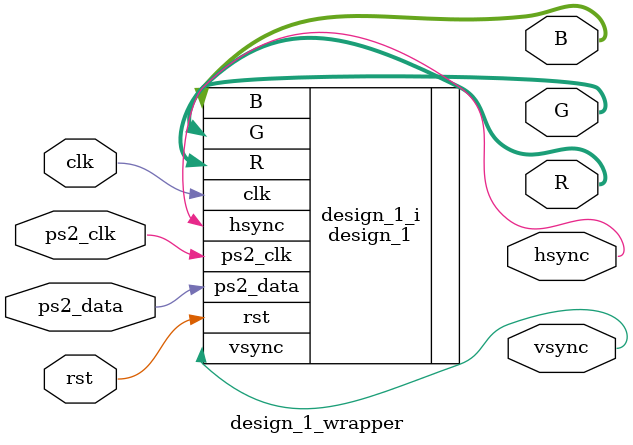
<source format=v>
`timescale 1 ps / 1 ps

module design_1_wrapper
   (B,
    G,
    R,
    clk,
    hsync,
    ps2_clk,
    ps2_data,
    rst,
    vsync);
  output [3:0]B;
  output [3:0]G;
  output [3:0]R;
  input clk;
  output hsync;
  input ps2_clk;
  input ps2_data;
  input rst;
  output vsync;

  wire [3:0]B;
  wire [3:0]G;
  wire [3:0]R;
  wire clk;
  wire hsync;
  wire ps2_clk;
  wire ps2_data;
  wire rst;
  wire vsync;

  design_1 design_1_i
       (.B(B),
        .G(G),
        .R(R),
        .clk(clk),
        .hsync(hsync),
        .ps2_clk(ps2_clk),
        .ps2_data(ps2_data),
        .rst(rst),
        .vsync(vsync));
endmodule

</source>
